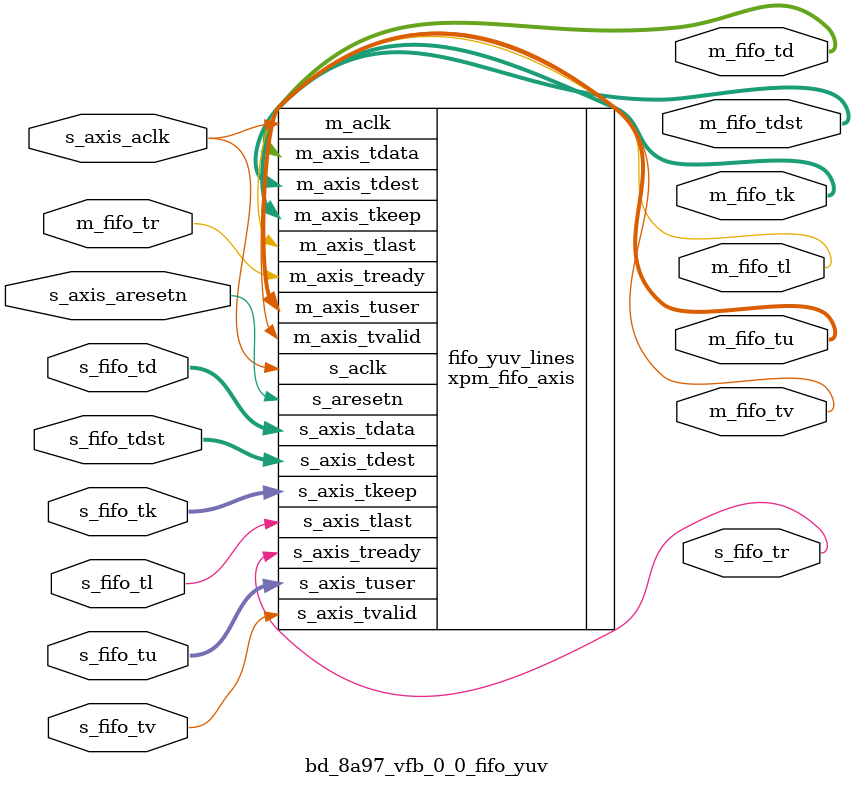
<source format=v>
`timescale 1ps/1ps
module bd_8a97_vfb_0_0_fifo_yuv (
  input            s_axis_aclk    ,

  input         s_axis_aresetn ,
  output    s_fifo_tr      ,
  input     s_fifo_tv      ,
  input      [64-1:0]  s_fifo_td      ,
  input      [96-1:0]  s_fifo_tu      ,
  input      [4-1:0] s_fifo_tdst      ,
  input      [8-1:0] s_fifo_tk      ,
  input      s_fifo_tl      ,
  input     m_fifo_tr      ,
  output     m_fifo_tv      ,
  output   [64-1:0]   m_fifo_td      ,
  output   [4-1:0] m_fifo_tdst ,
  output   [96-1:0]  m_fifo_tu      ,
  output    [8-1:0] m_fifo_tk      ,
  output      m_fifo_tl      
);

xpm_fifo_axis#(
      .CLOCKING_MODE("common_clock"), // String
      .ECC_MODE("no_ecc"),            // String
      .FIFO_DEPTH(16),              // DECIMAL
      .FIFO_MEMORY_TYPE("distributed"),      // String
      .PACKET_FIFO("false"),          // String
      .PROG_EMPTY_THRESH(10),         // DECIMAL
      .PROG_FULL_THRESH(123),          // DECIMAL
      .RD_DATA_COUNT_WIDTH(1),        // DECIMAL
      .RELATED_CLOCKS(0),             // DECIMAL
      .SIM_ASSERT_CHK(0),             // DECIMAL; 0=disable simulation messages, 1=enable simulation messages
      .TDATA_WIDTH(64),               // DECIMAL
      .TDEST_WIDTH(4),                // DECIMAL
      .TUSER_WIDTH(96),                // DECIMAL
      .USE_ADV_FEATURES("1000"),      // String
      .WR_DATA_COUNT_WIDTH(1)         // DECIMAL
 ) fifo_yuv_lines(
  .s_aresetn         (s_axis_aresetn ),
  .m_aclk            (s_axis_aclk    ),
  .s_aclk            (s_axis_aclk    ),
  .s_axis_tready     (s_fifo_tr      ),
  .s_axis_tvalid     (s_fifo_tv      ),
  .s_axis_tdata      (s_fifo_td      ),
  .s_axis_tuser      (s_fifo_tu      ),
  .s_axis_tdest      (s_fifo_tdst      ),
  .s_axis_tkeep      (s_fifo_tk      ),
  .s_axis_tlast      (s_fifo_tl      ),
  .m_axis_tready     (m_fifo_tr      ),
  .m_axis_tvalid     (m_fifo_tv      ),
  .m_axis_tdata      (m_fifo_td      ),
  .m_axis_tdest      (m_fifo_tdst     ),
  .m_axis_tuser      (m_fifo_tu      ),
  .m_axis_tkeep      (m_fifo_tk      ),
  .m_axis_tlast      (m_fifo_tl      )
);
endmodule

</source>
